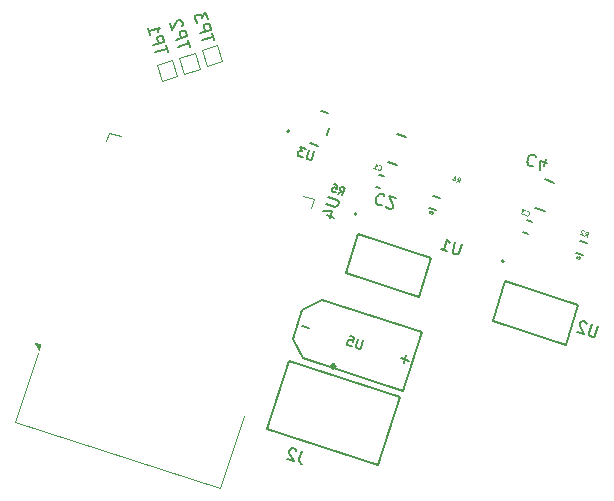
<source format=gbr>
%TF.GenerationSoftware,KiCad,Pcbnew,9.0.0*%
%TF.CreationDate,2025-08-14T13:48:37-07:00*%
%TF.ProjectId,pieceC,70696563-6543-42e6-9b69-6361645f7063,rev?*%
%TF.SameCoordinates,Original*%
%TF.FileFunction,Legend,Bot*%
%TF.FilePolarity,Positive*%
%FSLAX46Y46*%
G04 Gerber Fmt 4.6, Leading zero omitted, Abs format (unit mm)*
G04 Created by KiCad (PCBNEW 9.0.0) date 2025-08-14 13:48:37*
%MOMM*%
%LPD*%
G01*
G04 APERTURE LIST*
%ADD10C,0.098425*%
%ADD11C,0.050000*%
%ADD12C,0.150000*%
%ADD13C,0.127000*%
%ADD14C,0.200000*%
%ADD15C,0.120000*%
%ADD16C,0.300000*%
%ADD17C,0.152400*%
G04 APERTURE END LIST*
D10*
X74366292Y-92500953D02*
X74378329Y-92524576D01*
X74378329Y-92524576D02*
X74426025Y-92559787D01*
X74426025Y-92559787D02*
X74461686Y-92571373D01*
X74461686Y-92571373D02*
X74520969Y-92570923D01*
X74520969Y-92570923D02*
X74568216Y-92546850D01*
X74568216Y-92546850D02*
X74597633Y-92516983D01*
X74597633Y-92516983D02*
X74638636Y-92451456D01*
X74638636Y-92451456D02*
X74656016Y-92397966D01*
X74656016Y-92397966D02*
X74661360Y-92320852D01*
X74661360Y-92320852D02*
X74655116Y-92279398D01*
X74655116Y-92279398D02*
X74631043Y-92232151D01*
X74631043Y-92232151D02*
X74583346Y-92196941D01*
X74583346Y-92196941D02*
X74547686Y-92185355D01*
X74547686Y-92185355D02*
X74488402Y-92185805D01*
X74488402Y-92185805D02*
X74464779Y-92197841D01*
X74351555Y-92121628D02*
X74119764Y-92046314D01*
X74119764Y-92046314D02*
X74198227Y-92229508D01*
X74198227Y-92229508D02*
X74144737Y-92212128D01*
X74144737Y-92212128D02*
X74103284Y-92218372D01*
X74103284Y-92218372D02*
X74079660Y-92230409D01*
X74079660Y-92230409D02*
X74050243Y-92260275D01*
X74050243Y-92260275D02*
X74021277Y-92349426D01*
X74021277Y-92349426D02*
X74027520Y-92390879D01*
X74027520Y-92390879D02*
X74039557Y-92414503D01*
X74039557Y-92414503D02*
X74069424Y-92443920D01*
X74069424Y-92443920D02*
X74176404Y-92478680D01*
X74176404Y-92478680D02*
X74217858Y-92472436D01*
X74217858Y-92472436D02*
X74241481Y-92460400D01*
X61869128Y-88624774D02*
X61881165Y-88648397D01*
X61881165Y-88648397D02*
X61928861Y-88683608D01*
X61928861Y-88683608D02*
X61964522Y-88695194D01*
X61964522Y-88695194D02*
X62023805Y-88694744D01*
X62023805Y-88694744D02*
X62071052Y-88670671D01*
X62071052Y-88670671D02*
X62100469Y-88640804D01*
X62100469Y-88640804D02*
X62141472Y-88575277D01*
X62141472Y-88575277D02*
X62158852Y-88521787D01*
X62158852Y-88521787D02*
X62164196Y-88444673D01*
X62164196Y-88444673D02*
X62157952Y-88403219D01*
X62157952Y-88403219D02*
X62133879Y-88355972D01*
X62133879Y-88355972D02*
X62086182Y-88320762D01*
X62086182Y-88320762D02*
X62050522Y-88309176D01*
X62050522Y-88309176D02*
X61991238Y-88309626D01*
X61991238Y-88309626D02*
X61967615Y-88321662D01*
X61500939Y-88544567D02*
X61714900Y-88614087D01*
X61607920Y-88579327D02*
X61729580Y-88204895D01*
X61729580Y-88204895D02*
X61747860Y-88269972D01*
X61747860Y-88269972D02*
X61771934Y-88317219D01*
X61771934Y-88317219D02*
X61801801Y-88346636D01*
D11*
X78806728Y-96214745D02*
X78899562Y-96144769D01*
X78915420Y-96250061D02*
X78977224Y-96059850D01*
X78977224Y-96059850D02*
X78904762Y-96036305D01*
X78904762Y-96036305D02*
X78883704Y-96039477D01*
X78883704Y-96039477D02*
X78871703Y-96045592D01*
X78871703Y-96045592D02*
X78856760Y-96060764D01*
X78856760Y-96060764D02*
X78847931Y-96087937D01*
X78847931Y-96087937D02*
X78851102Y-96108996D01*
X78851102Y-96108996D02*
X78857217Y-96120996D01*
X78857217Y-96120996D02*
X78872389Y-96135940D01*
X78872389Y-96135940D02*
X78944851Y-96159484D01*
X78625575Y-96155884D02*
X78734267Y-96191201D01*
X78679921Y-96173542D02*
X78741724Y-95983331D01*
X78741724Y-95983331D02*
X78751010Y-96016390D01*
X78751010Y-96016390D02*
X78763240Y-96040392D01*
X78763240Y-96040392D02*
X78778412Y-96055335D01*
D12*
X80547484Y-101951944D02*
X80297328Y-102721847D01*
X80297328Y-102721847D02*
X80222609Y-102797709D01*
X80222609Y-102797709D02*
X80162605Y-102828282D01*
X80162605Y-102828282D02*
X80057314Y-102844140D01*
X80057314Y-102844140D02*
X79876160Y-102785280D01*
X79876160Y-102785280D02*
X79800298Y-102710561D01*
X79800298Y-102710561D02*
X79769725Y-102650558D01*
X79769725Y-102650558D02*
X79753867Y-102545266D01*
X79753867Y-102545266D02*
X80004023Y-101775363D01*
X79566998Y-101733504D02*
X79536424Y-101673500D01*
X79536424Y-101673500D02*
X79460562Y-101598782D01*
X79460562Y-101598782D02*
X79234120Y-101525206D01*
X79234120Y-101525206D02*
X79128829Y-101541065D01*
X79128829Y-101541065D02*
X79068825Y-101571638D01*
X79068825Y-101571638D02*
X78994106Y-101647500D01*
X78994106Y-101647500D02*
X78964676Y-101738076D01*
X78964676Y-101738076D02*
X78965819Y-101888657D01*
X78965819Y-101888657D02*
X79332699Y-102608699D01*
X79332699Y-102608699D02*
X78743950Y-102417403D01*
X58518765Y-90721618D02*
X58815834Y-90497696D01*
X58866580Y-90834630D02*
X59064351Y-90225954D01*
X59064351Y-90225954D02*
X58832475Y-90150613D01*
X58832475Y-90150613D02*
X58765088Y-90160762D01*
X58765088Y-90160762D02*
X58726686Y-90180329D01*
X58726686Y-90180329D02*
X58678866Y-90228880D01*
X58678866Y-90228880D02*
X58650613Y-90315834D01*
X58650613Y-90315834D02*
X58660762Y-90383221D01*
X58660762Y-90383221D02*
X58680329Y-90421623D01*
X58680329Y-90421623D02*
X58728880Y-90469443D01*
X58728880Y-90469443D02*
X58960757Y-90544784D01*
X58165829Y-89934007D02*
X58455675Y-90028183D01*
X58455675Y-90028183D02*
X58390483Y-90327447D01*
X58390483Y-90327447D02*
X58370916Y-90289044D01*
X58370916Y-90289044D02*
X58322365Y-90241224D01*
X58322365Y-90241224D02*
X58177442Y-90194136D01*
X58177442Y-90194136D02*
X58110055Y-90204285D01*
X58110055Y-90204285D02*
X58071653Y-90223852D01*
X58071653Y-90223852D02*
X58023833Y-90272404D01*
X58023833Y-90272404D02*
X57976744Y-90417327D01*
X57976744Y-90417327D02*
X57986894Y-90484714D01*
X57986894Y-90484714D02*
X58006461Y-90523116D01*
X58006461Y-90523116D02*
X58055012Y-90570936D01*
X58055012Y-90570936D02*
X58199935Y-90618024D01*
X58199935Y-90618024D02*
X58267322Y-90607875D01*
X58267322Y-90607875D02*
X58305724Y-90588308D01*
X68990484Y-94966943D02*
X68740328Y-95736846D01*
X68740328Y-95736846D02*
X68665609Y-95812708D01*
X68665609Y-95812708D02*
X68605605Y-95843281D01*
X68605605Y-95843281D02*
X68500314Y-95859139D01*
X68500314Y-95859139D02*
X68319160Y-95800279D01*
X68319160Y-95800279D02*
X68243298Y-95725560D01*
X68243298Y-95725560D02*
X68212725Y-95665557D01*
X68212725Y-95665557D02*
X68196867Y-95560265D01*
X68196867Y-95560265D02*
X68447023Y-94790362D01*
X67186950Y-95432402D02*
X67730411Y-95608983D01*
X67458680Y-95520692D02*
X67767697Y-94569636D01*
X67767697Y-94569636D02*
X67814129Y-94734931D01*
X67814129Y-94734931D02*
X67875275Y-94854938D01*
X67875275Y-94854938D02*
X67951137Y-94929657D01*
X57679743Y-91029515D02*
X58449646Y-91279671D01*
X58449646Y-91279671D02*
X58525508Y-91354390D01*
X58525508Y-91354390D02*
X58556081Y-91414394D01*
X58556081Y-91414394D02*
X58571939Y-91519685D01*
X58571939Y-91519685D02*
X58513079Y-91700839D01*
X58513079Y-91700839D02*
X58438360Y-91776701D01*
X58438360Y-91776701D02*
X58378357Y-91807274D01*
X58378357Y-91807274D02*
X58273065Y-91823132D01*
X58273065Y-91823132D02*
X57503162Y-91572976D01*
X57540594Y-92536461D02*
X58174632Y-92742472D01*
X57251862Y-92192298D02*
X58004764Y-92186583D01*
X58004764Y-92186583D02*
X57813468Y-92775332D01*
X44088447Y-78704872D02*
X43911866Y-78161411D01*
X43049100Y-78742159D02*
X44000157Y-78433142D01*
X42857804Y-78153409D02*
X43808861Y-77844392D01*
X43808861Y-77844392D02*
X43691140Y-77482085D01*
X43691140Y-77482085D02*
X43616421Y-77406223D01*
X43616421Y-77406223D02*
X43556418Y-77375650D01*
X43556418Y-77375650D02*
X43451126Y-77359792D01*
X43451126Y-77359792D02*
X43315261Y-77403937D01*
X43315261Y-77403937D02*
X43239399Y-77478656D01*
X43239399Y-77478656D02*
X43208826Y-77538659D01*
X43208826Y-77538659D02*
X43192967Y-77643951D01*
X43192967Y-77643951D02*
X43310688Y-78006258D01*
X42386921Y-76704180D02*
X42563502Y-77247641D01*
X42475212Y-76975911D02*
X43426268Y-76666894D01*
X43426268Y-76666894D02*
X43319833Y-76801616D01*
X43319833Y-76801616D02*
X43258686Y-76921623D01*
X43258686Y-76921623D02*
X43242828Y-77026915D01*
X55423955Y-112528967D02*
X55202824Y-113209540D01*
X55202824Y-113209540D02*
X55203969Y-113360396D01*
X55203969Y-113360396D02*
X55265228Y-113480623D01*
X55265228Y-113480623D02*
X55386600Y-113570221D01*
X55386600Y-113570221D02*
X55477343Y-113599705D01*
X54986127Y-112487031D02*
X54955498Y-112426917D01*
X54955498Y-112426917D02*
X54879497Y-112352062D01*
X54879497Y-112352062D02*
X54652639Y-112278351D01*
X54652639Y-112278351D02*
X54547154Y-112294239D01*
X54547154Y-112294239D02*
X54487041Y-112324868D01*
X54487041Y-112324868D02*
X54412185Y-112400869D01*
X54412185Y-112400869D02*
X54382701Y-112491612D01*
X54382701Y-112491612D02*
X54383846Y-112642469D01*
X54383846Y-112642469D02*
X54751399Y-113363832D01*
X54751399Y-113363832D02*
X54161569Y-113172185D01*
D10*
X68522209Y-89698732D02*
X68704953Y-89560985D01*
X68736170Y-89768252D02*
X68857831Y-89393820D01*
X68857831Y-89393820D02*
X68715190Y-89347474D01*
X68715190Y-89347474D02*
X68673736Y-89353717D01*
X68673736Y-89353717D02*
X68650113Y-89365754D01*
X68650113Y-89365754D02*
X68620696Y-89395621D01*
X68620696Y-89395621D02*
X68603316Y-89449111D01*
X68603316Y-89449111D02*
X68609559Y-89490564D01*
X68609559Y-89490564D02*
X68621596Y-89514188D01*
X68621596Y-89514188D02*
X68651463Y-89543605D01*
X68651463Y-89543605D02*
X68794104Y-89589951D01*
X68282374Y-89344831D02*
X68201267Y-89594452D01*
X68417872Y-89231157D02*
X68420122Y-89527575D01*
X68420122Y-89527575D02*
X68188331Y-89452261D01*
X79366230Y-94278967D02*
X79548974Y-94141220D01*
X79580191Y-94348487D02*
X79701852Y-93974055D01*
X79701852Y-93974055D02*
X79559211Y-93927709D01*
X79559211Y-93927709D02*
X79517757Y-93933952D01*
X79517757Y-93933952D02*
X79494134Y-93945989D01*
X79494134Y-93945989D02*
X79464717Y-93975856D01*
X79464717Y-93975856D02*
X79447337Y-94029346D01*
X79447337Y-94029346D02*
X79453580Y-94070799D01*
X79453580Y-94070799D02*
X79465617Y-94094423D01*
X79465617Y-94094423D02*
X79495484Y-94123840D01*
X79495484Y-94123840D02*
X79638125Y-94170186D01*
X79333663Y-93893849D02*
X79321626Y-93870225D01*
X79321626Y-93870225D02*
X79291759Y-93840808D01*
X79291759Y-93840808D02*
X79202609Y-93811842D01*
X79202609Y-93811842D02*
X79161155Y-93818085D01*
X79161155Y-93818085D02*
X79137532Y-93830122D01*
X79137532Y-93830122D02*
X79108115Y-93859989D01*
X79108115Y-93859989D02*
X79096529Y-93895649D01*
X79096529Y-93895649D02*
X79096979Y-93954932D01*
X79096979Y-93954932D02*
X79241419Y-94238414D01*
X79241419Y-94238414D02*
X79009628Y-94163100D01*
D12*
X60632288Y-103143001D02*
X60435314Y-103749224D01*
X60435314Y-103749224D02*
X60376480Y-103808958D01*
X60376480Y-103808958D02*
X60329233Y-103833032D01*
X60329233Y-103833032D02*
X60246326Y-103845518D01*
X60246326Y-103845518D02*
X60103685Y-103799172D01*
X60103685Y-103799172D02*
X60043952Y-103740338D01*
X60043952Y-103740338D02*
X60019878Y-103693091D01*
X60019878Y-103693091D02*
X60007392Y-103610184D01*
X60007392Y-103610184D02*
X60204365Y-103003961D01*
X59491162Y-102772227D02*
X59847764Y-102888094D01*
X59847764Y-102888094D02*
X59767557Y-103256283D01*
X59767557Y-103256283D02*
X59743484Y-103209036D01*
X59743484Y-103209036D02*
X59683750Y-103150202D01*
X59683750Y-103150202D02*
X59505449Y-103092269D01*
X59505449Y-103092269D02*
X59422542Y-103104756D01*
X59422542Y-103104756D02*
X59375295Y-103128829D01*
X59375295Y-103128829D02*
X59316462Y-103188563D01*
X59316462Y-103188563D02*
X59258528Y-103366864D01*
X59258528Y-103366864D02*
X59271015Y-103449771D01*
X59271015Y-103449771D02*
X59295088Y-103497018D01*
X59295088Y-103497018D02*
X59354822Y-103555851D01*
X59354822Y-103555851D02*
X59533123Y-103613785D01*
X59533123Y-103613785D02*
X59616030Y-103601298D01*
X59616030Y-103601298D02*
X59663277Y-103577224D01*
X45993447Y-78273072D02*
X45816866Y-77729611D01*
X44954100Y-78310359D02*
X45905157Y-78001342D01*
X44762804Y-77721609D02*
X45713861Y-77412592D01*
X45713861Y-77412592D02*
X45596140Y-77050285D01*
X45596140Y-77050285D02*
X45521421Y-76974423D01*
X45521421Y-76974423D02*
X45461418Y-76943850D01*
X45461418Y-76943850D02*
X45356126Y-76927992D01*
X45356126Y-76927992D02*
X45220261Y-76972137D01*
X45220261Y-76972137D02*
X45144399Y-77046856D01*
X45144399Y-77046856D02*
X45113826Y-77106859D01*
X45113826Y-77106859D02*
X45097967Y-77212151D01*
X45097967Y-77212151D02*
X45215688Y-77574458D01*
X45328982Y-76536254D02*
X45359555Y-76476251D01*
X45359555Y-76476251D02*
X45375413Y-76370959D01*
X45375413Y-76370959D02*
X45301838Y-76144517D01*
X45301838Y-76144517D02*
X45227119Y-76068655D01*
X45227119Y-76068655D02*
X45167116Y-76038082D01*
X45167116Y-76038082D02*
X45061824Y-76022224D01*
X45061824Y-76022224D02*
X44971247Y-76051654D01*
X44971247Y-76051654D02*
X44850097Y-76141088D01*
X44850097Y-76141088D02*
X44483217Y-76861130D01*
X44483217Y-76861130D02*
X44291921Y-76272380D01*
X48025448Y-77688872D02*
X47848867Y-77145411D01*
X46986101Y-77726159D02*
X47937158Y-77417142D01*
X46794805Y-77137409D02*
X47745862Y-76828392D01*
X47745862Y-76828392D02*
X47628141Y-76466085D01*
X47628141Y-76466085D02*
X47553422Y-76390223D01*
X47553422Y-76390223D02*
X47493419Y-76359650D01*
X47493419Y-76359650D02*
X47388127Y-76343792D01*
X47388127Y-76343792D02*
X47252262Y-76387937D01*
X47252262Y-76387937D02*
X47176400Y-76462656D01*
X47176400Y-76462656D02*
X47145827Y-76522659D01*
X47145827Y-76522659D02*
X47129968Y-76627951D01*
X47129968Y-76627951D02*
X47247689Y-76990258D01*
X47466275Y-75967913D02*
X47274979Y-75379163D01*
X47274979Y-75379163D02*
X47015677Y-75813903D01*
X47015677Y-75813903D02*
X46971532Y-75678038D01*
X46971532Y-75678038D02*
X46896813Y-75602176D01*
X46896813Y-75602176D02*
X46836810Y-75571603D01*
X46836810Y-75571603D02*
X46731518Y-75555744D01*
X46731518Y-75555744D02*
X46505076Y-75629320D01*
X46505076Y-75629320D02*
X46429214Y-75704039D01*
X46429214Y-75704039D02*
X46398641Y-75764042D01*
X46398641Y-75764042D02*
X46382782Y-75869334D01*
X46382782Y-75869334D02*
X46471073Y-76141064D01*
X46471073Y-76141064D02*
X46545792Y-76216926D01*
X46545792Y-76216926D02*
X46605795Y-76247499D01*
X62436607Y-90919515D02*
X62406034Y-90859512D01*
X62406034Y-90859512D02*
X62284884Y-90770078D01*
X62284884Y-90770078D02*
X62194307Y-90740648D01*
X62194307Y-90740648D02*
X62043727Y-90741791D01*
X62043727Y-90741791D02*
X61923720Y-90802937D01*
X61923720Y-90802937D02*
X61849001Y-90878799D01*
X61849001Y-90878799D02*
X61744852Y-91045238D01*
X61744852Y-91045238D02*
X61700707Y-91181103D01*
X61700707Y-91181103D02*
X61687135Y-91376972D01*
X61687135Y-91376972D02*
X61702993Y-91482263D01*
X61702993Y-91482263D02*
X61764140Y-91602270D01*
X61764140Y-91602270D02*
X61885290Y-91691704D01*
X61885290Y-91691704D02*
X61975867Y-91721134D01*
X61975867Y-91721134D02*
X62126447Y-91719991D01*
X62126447Y-91719991D02*
X62186451Y-91689418D01*
X62548758Y-91807139D02*
X62579331Y-91867142D01*
X62579331Y-91867142D02*
X62655193Y-91941861D01*
X62655193Y-91941861D02*
X62881635Y-92015436D01*
X62881635Y-92015436D02*
X62986927Y-91999578D01*
X62986927Y-91999578D02*
X63046930Y-91969005D01*
X63046930Y-91969005D02*
X63121649Y-91893143D01*
X63121649Y-91893143D02*
X63151079Y-91802566D01*
X63151079Y-91802566D02*
X63149936Y-91651986D01*
X63149936Y-91651986D02*
X62783056Y-90931944D01*
X62783056Y-90931944D02*
X63371805Y-91123240D01*
X75289007Y-87592115D02*
X75258434Y-87532112D01*
X75258434Y-87532112D02*
X75137284Y-87442678D01*
X75137284Y-87442678D02*
X75046707Y-87413248D01*
X75046707Y-87413248D02*
X74896127Y-87414391D01*
X74896127Y-87414391D02*
X74776120Y-87475537D01*
X74776120Y-87475537D02*
X74701401Y-87551399D01*
X74701401Y-87551399D02*
X74597252Y-87717838D01*
X74597252Y-87717838D02*
X74553107Y-87853703D01*
X74553107Y-87853703D02*
X74539535Y-88049572D01*
X74539535Y-88049572D02*
X74555393Y-88154863D01*
X74555393Y-88154863D02*
X74616540Y-88274870D01*
X74616540Y-88274870D02*
X74737690Y-88364304D01*
X74737690Y-88364304D02*
X74828267Y-88393734D01*
X74828267Y-88393734D02*
X74978847Y-88392591D01*
X74978847Y-88392591D02*
X75038851Y-88362018D01*
X75927617Y-88400448D02*
X76133629Y-87766410D01*
X75583455Y-88689179D02*
X75577739Y-87936278D01*
X75577739Y-87936278D02*
X76166488Y-88127574D01*
X56493348Y-87148071D02*
X56293223Y-87763993D01*
X56293223Y-87763993D02*
X56233448Y-87824682D01*
X56233448Y-87824682D02*
X56185445Y-87849141D01*
X56185445Y-87849141D02*
X56101212Y-87861828D01*
X56101212Y-87861828D02*
X55956289Y-87814739D01*
X55956289Y-87814739D02*
X55895600Y-87754964D01*
X55895600Y-87754964D02*
X55871141Y-87706962D01*
X55871141Y-87706962D02*
X55858454Y-87622728D01*
X55858454Y-87622728D02*
X56058580Y-87006806D01*
X55768734Y-86912629D02*
X55297735Y-86759592D01*
X55297735Y-86759592D02*
X55457173Y-87131843D01*
X55457173Y-87131843D02*
X55348481Y-87096526D01*
X55348481Y-87096526D02*
X55264247Y-87109213D01*
X55264247Y-87109213D02*
X55216245Y-87133672D01*
X55216245Y-87133672D02*
X55156470Y-87194361D01*
X55156470Y-87194361D02*
X55097609Y-87375515D01*
X55097609Y-87375515D02*
X55110296Y-87459748D01*
X55110296Y-87459748D02*
X55134755Y-87507751D01*
X55134755Y-87507751D02*
X55195444Y-87567526D01*
X55195444Y-87567526D02*
X55412828Y-87638158D01*
X55412828Y-87638158D02*
X55497062Y-87625472D01*
X55497062Y-87625472D02*
X55545065Y-87601013D01*
D11*
X66360728Y-92404745D02*
X66453562Y-92334769D01*
X66469420Y-92440061D02*
X66531224Y-92249850D01*
X66531224Y-92249850D02*
X66458762Y-92226305D01*
X66458762Y-92226305D02*
X66437704Y-92229477D01*
X66437704Y-92229477D02*
X66425703Y-92235592D01*
X66425703Y-92235592D02*
X66410760Y-92250764D01*
X66410760Y-92250764D02*
X66401931Y-92277937D01*
X66401931Y-92277937D02*
X66405102Y-92298996D01*
X66405102Y-92298996D02*
X66411217Y-92310996D01*
X66411217Y-92310996D02*
X66426389Y-92325940D01*
X66426389Y-92325940D02*
X66498851Y-92349484D01*
X66359128Y-92193932D02*
X66241378Y-92155673D01*
X66241378Y-92155673D02*
X66281238Y-92248736D01*
X66281238Y-92248736D02*
X66254065Y-92239907D01*
X66254065Y-92239907D02*
X66233006Y-92243078D01*
X66233006Y-92243078D02*
X66221006Y-92249193D01*
X66221006Y-92249193D02*
X66206062Y-92264365D01*
X66206062Y-92264365D02*
X66191347Y-92309654D01*
X66191347Y-92309654D02*
X66194518Y-92330712D01*
X66194518Y-92330712D02*
X66200633Y-92342713D01*
X66200633Y-92342713D02*
X66215805Y-92357656D01*
X66215805Y-92357656D02*
X66270151Y-92375314D01*
X66270151Y-92375314D02*
X66291210Y-92372143D01*
X66291210Y-92372143D02*
X66303211Y-92366028D01*
D13*
%TO.C,C3*%
X75219542Y-91895469D02*
X76018429Y-92155043D01*
X75992085Y-89517827D02*
X76790972Y-89777401D01*
%TO.C,C1*%
X62722378Y-88019290D02*
X63521265Y-88278864D01*
X63494921Y-85641648D02*
X64293808Y-85901222D01*
%TO.C,R1*%
X78684073Y-95723895D02*
X79254707Y-95909305D01*
X79002361Y-94744307D02*
X79572995Y-94929717D01*
%TO.C,U2*%
X71588755Y-101484084D02*
X77775378Y-103494239D01*
X72671860Y-98150631D02*
X71588755Y-101484084D01*
X77775378Y-103494239D02*
X78858483Y-100160786D01*
X78858483Y-100160786D02*
X72671860Y-98150631D01*
D14*
X72548659Y-96450971D02*
G75*
G02*
X72348661Y-96450971I-99999J0D01*
G01*
X72348661Y-96450971D02*
G75*
G02*
X72548659Y-96450971I99999J0D01*
G01*
D13*
%TO.C,U1*%
X59146198Y-97480165D02*
X65332821Y-99490320D01*
X60229303Y-94146712D02*
X59146198Y-97480165D01*
X65332821Y-99490320D02*
X66415926Y-96156867D01*
X66415926Y-96156867D02*
X60229303Y-94146712D01*
D14*
X60106102Y-92447052D02*
G75*
G02*
X59906104Y-92447052I-99999J0D01*
G01*
X59906104Y-92447052D02*
G75*
G02*
X60106102Y-92447052I99999J0D01*
G01*
D15*
%TO.C,U4*%
X31182303Y-110034974D02*
X33085848Y-104176466D01*
X31182303Y-110034974D02*
X48529574Y-115671444D01*
X38895367Y-86296604D02*
X39136400Y-85554780D01*
X39136400Y-85554780D02*
X40087457Y-85863797D01*
X48529574Y-115671444D02*
X50511918Y-109570417D01*
X56242638Y-91933074D02*
X56483671Y-91191250D01*
X56483671Y-91191250D02*
X55532615Y-90882233D01*
X33305130Y-103485405D02*
X33150621Y-103960933D01*
X32829602Y-103330897D01*
X33305130Y-103485405D01*
G36*
X33305130Y-103485405D02*
G01*
X33150621Y-103960933D01*
X32829602Y-103330897D01*
X33305130Y-103485405D01*
G37*
%TO.C,TP1*%
X43136149Y-79839972D02*
X43568772Y-81171451D01*
X43568772Y-81171451D02*
X44900251Y-80738828D01*
X44467628Y-79407349D02*
X43136149Y-79839972D01*
X44900251Y-80738828D02*
X44467628Y-79407349D01*
D13*
%TO.C,J2*%
X52476288Y-110668029D02*
X54360056Y-104870389D01*
X54360056Y-104870389D02*
X63781222Y-107931511D01*
X61897454Y-113729151D02*
X52476288Y-110668029D01*
X63781222Y-107931511D02*
X61897454Y-113729151D01*
D16*
X58248748Y-105347037D02*
G75*
G02*
X57948748Y-105347037I-150000J0D01*
G01*
X57948748Y-105347037D02*
G75*
G02*
X58248748Y-105347037I150000J0D01*
G01*
D13*
%TO.C,U5*%
X54685719Y-102999312D02*
X55470623Y-100583630D01*
X55470623Y-100583630D02*
X57108478Y-99717359D01*
X55501591Y-104662849D02*
X54685719Y-102999312D01*
X56063465Y-102111613D02*
X55459544Y-101915387D01*
X57108478Y-99717359D02*
X65582390Y-102470699D01*
X63975503Y-107416189D02*
X55501591Y-104662849D01*
X64264161Y-104408169D02*
X64047848Y-105073908D01*
X64493630Y-104850740D02*
X63827892Y-104634428D01*
X65582390Y-102470699D02*
X63975503Y-107416189D01*
D15*
%TO.C,TP2*%
X45041149Y-79230372D02*
X45473772Y-80561851D01*
X45473772Y-80561851D02*
X46805251Y-80129228D01*
X46372628Y-78797749D02*
X45041149Y-79230372D01*
X46805251Y-80129228D02*
X46372628Y-78797749D01*
%TO.C,TP3*%
X46946149Y-78595372D02*
X47378772Y-79926851D01*
X47378772Y-79926851D02*
X48710251Y-79494228D01*
X48277628Y-78162749D02*
X46946149Y-78595372D01*
X48710251Y-79494228D02*
X48277628Y-78162749D01*
D17*
%TO.C,C2*%
X62007891Y-89134188D02*
X62373953Y-89253129D01*
X62048249Y-90255542D02*
X61682187Y-90136601D01*
%TO.C,C4*%
X74527551Y-92980058D02*
X74893613Y-93098999D01*
X74567909Y-94101412D02*
X74201847Y-93982471D01*
D13*
%TO.C,U3*%
X56148467Y-86472736D02*
X56776164Y-86676688D01*
X57567715Y-85761498D02*
X57774756Y-85124290D01*
X57672313Y-83918624D02*
X57044616Y-83714672D01*
D14*
X54393876Y-85449558D02*
G75*
G02*
X54193876Y-85449558I-100000J0D01*
G01*
X54193876Y-85449558D02*
G75*
G02*
X54393876Y-85449558I100000J0D01*
G01*
D13*
%TO.C,R3*%
X66238073Y-91913895D02*
X66808707Y-92099305D01*
X66556361Y-90934307D02*
X67126995Y-91119717D01*
%TD*%
M02*

</source>
